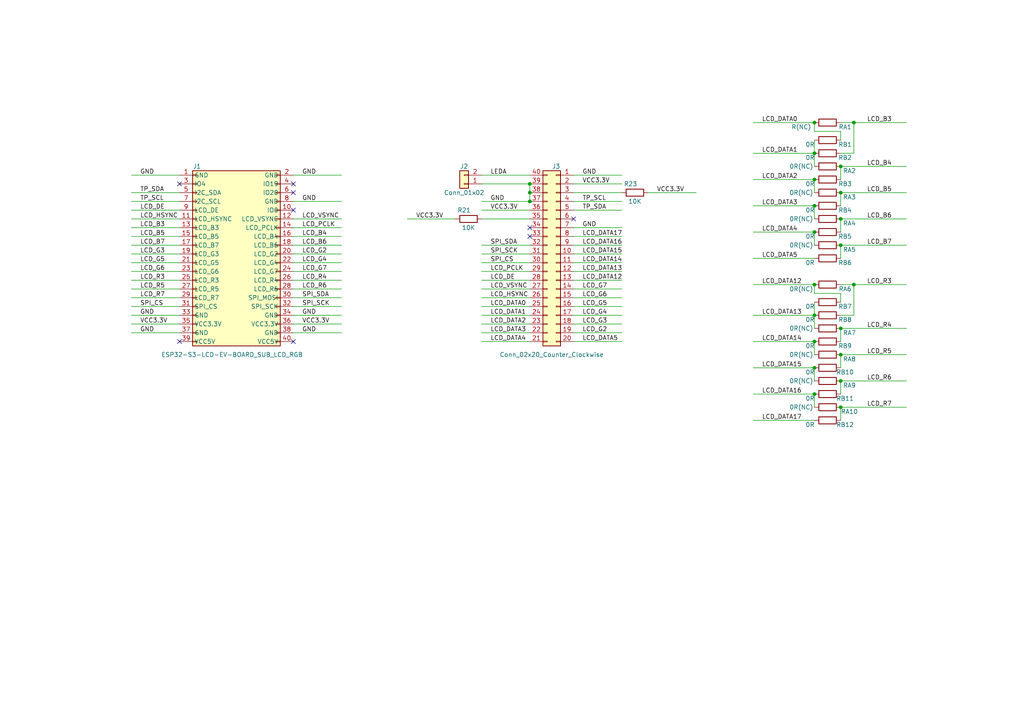
<source format=kicad_sch>
(kicad_sch (version 20211123) (generator eeschema)
  (paper "A4")
  (lib_symbols
    (symbol "Connector_Generic:Conn_01x02" (pin_names (offset 1.016) hide)
      (property "Reference" "J" (at 0 2.54 0))
      (property "Value" "Conn_01x02" (at 0 -5.08 0))
      (symbol "Conn_01x02_1_1"
        (rectangle (start -1.27 -2.413) (end 0 -2.667) (stroke (width 0.1524)))
        (rectangle (start -1.27 0.127) (end 0 -0.127) (stroke (width 0.1524)))
        (rectangle (start -1.27 1.27) (end 1.27 -3.81) (stroke (width 0.254)) (fill (type background)))
        (pin passive line (at -5.08 0 0) (length 3.81) (name "Pin_1") (number "1"))
        (pin passive line (at -5.08 -2.54 0) (length 3.81) (name "Pin_2") (number "2"))
      )
    )
    (symbol "Connector_Generic:Conn_02x20_Counter_Clockwise" (pin_names (offset 1.016) hide)
      (property "Reference" "J" (at 1.27 25.4 0))
      (property "Value" "Conn_02x20_Counter_Clockwise" (at 1.27 -27.94 0))
      (symbol "Conn_02x20_Counter_Clockwise_1_1"
        (rectangle (start -1.27 -25.273) (end 0 -25.527) (stroke (width 0.1524)))
        (rectangle (start -1.27 -22.733) (end 0 -22.987) (stroke (width 0.1524)))
        (rectangle (start -1.27 -20.193) (end 0 -20.447) (stroke (width 0.1524)))
        (rectangle (start -1.27 -17.653) (end 0 -17.907) (stroke (width 0.1524)))
        (rectangle (start -1.27 -15.113) (end 0 -15.367) (stroke (width 0.1524)))
        (rectangle (start -1.27 -12.573) (end 0 -12.827) (stroke (width 0.1524)))
        (rectangle (start -1.27 -10.033) (end 0 -10.287) (stroke (width 0.1524)))
        (rectangle (start -1.27 -7.493) (end 0 -7.747) (stroke (width 0.1524)))
        (rectangle (start -1.27 -4.953) (end 0 -5.207) (stroke (width 0.1524)))
        (rectangle (start -1.27 -2.413) (end 0 -2.667) (stroke (width 0.1524)))
        (rectangle (start -1.27 0.127) (end 0 -0.127) (stroke (width 0.1524)))
        (rectangle (start -1.27 2.667) (end 0 2.413) (stroke (width 0.1524)))
        (rectangle (start -1.27 5.207) (end 0 4.953) (stroke (width 0.1524)))
        (rectangle (start -1.27 7.747) (end 0 7.493) (stroke (width 0.1524)))
        (rectangle (start -1.27 10.287) (end 0 10.033) (stroke (width 0.1524)))
        (rectangle (start -1.27 12.827) (end 0 12.573) (stroke (width 0.1524)))
        (rectangle (start -1.27 15.367) (end 0 15.113) (stroke (width 0.1524)))
        (rectangle (start -1.27 17.907) (end 0 17.653) (stroke (width 0.1524)))
        (rectangle (start -1.27 20.447) (end 0 20.193) (stroke (width 0.1524)))
        (rectangle (start -1.27 22.987) (end 0 22.733) (stroke (width 0.1524)))
        (rectangle (start -1.27 24.13) (end 3.81 -26.67) (stroke (width 0.254)) (fill (type background)))
        (rectangle (start 3.81 -25.273) (end 2.54 -25.527) (stroke (width 0.1524)))
        (rectangle (start 3.81 -22.733) (end 2.54 -22.987) (stroke (width 0.1524)))
        (rectangle (start 3.81 -20.193) (end 2.54 -20.447) (stroke (width 0.1524)))
        (rectangle (start 3.81 -17.653) (end 2.54 -17.907) (stroke (width 0.1524)))
        (rectangle (start 3.81 -15.113) (end 2.54 -15.367) (stroke (width 0.1524)))
        (rectangle (start 3.81 -12.573) (end 2.54 -12.827) (stroke (width 0.1524)))
        (rectangle (start 3.81 -10.033) (end 2.54 -10.287) (stroke (width 0.1524)))
        (rectangle (start 3.81 -7.493) (end 2.54 -7.747) (stroke (width 0.1524)))
        (rectangle (start 3.81 -4.953) (end 2.54 -5.207) (stroke (width 0.1524)))
        (rectangle (start 3.81 -2.413) (end 2.54 -2.667) (stroke (width 0.1524)))
        (rectangle (start 3.81 0.127) (end 2.54 -0.127) (stroke (width 0.1524)))
        (rectangle (start 3.81 2.667) (end 2.54 2.413) (stroke (width 0.1524)))
        (rectangle (start 3.81 5.207) (end 2.54 4.953) (stroke (width 0.1524)))
        (rectangle (start 3.81 7.747) (end 2.54 7.493) (stroke (width 0.1524)))
        (rectangle (start 3.81 10.287) (end 2.54 10.033) (stroke (width 0.1524)))
        (rectangle (start 3.81 12.827) (end 2.54 12.573) (stroke (width 0.1524)))
        (rectangle (start 3.81 15.367) (end 2.54 15.113) (stroke (width 0.1524)))
        (rectangle (start 3.81 17.907) (end 2.54 17.653) (stroke (width 0.1524)))
        (rectangle (start 3.81 20.447) (end 2.54 20.193) (stroke (width 0.1524)))
        (rectangle (start 3.81 22.987) (end 2.54 22.733) (stroke (width 0.1524)))
        (pin passive line (at -5.08 22.86 0) (length 3.81) (name "Pin_1") (number "1"))
        (pin passive line (at -5.08 0 0) (length 3.81) (name "Pin_10") (number "10"))
        (pin passive line (at -5.08 -2.54 0) (length 3.81) (name "Pin_11") (number "11"))
        (pin passive line (at -5.08 -5.08 0) (length 3.81) (name "Pin_12") (number "12"))
        (pin passive line (at -5.08 -7.62 0) (length 3.81) (name "Pin_13") (number "13"))
        (pin passive line (at -5.08 -10.16 0) (length 3.81) (name "Pin_14") (number "14"))
        (pin passive line (at -5.08 -12.7 0) (length 3.81) (name "Pin_15") (number "15"))
        (pin passive line (at -5.08 -15.24 0) (length 3.81) (name "Pin_16") (number "16"))
        (pin passive line (at -5.08 -17.78 0) (length 3.81) (name "Pin_17") (number "17"))
        (pin passive line (at -5.08 -20.32 0) (length 3.81) (name "Pin_18") (number "18"))
        (pin passive line (at -5.08 -22.86 0) (length 3.81) (name "Pin_19") (number "19"))
        (pin passive line (at -5.08 20.32 0) (length 3.81) (name "Pin_2") (number "2"))
        (pin passive line (at -5.08 -25.4 0) (length 3.81) (name "Pin_20") (number "20"))
        (pin passive line (at 7.62 -25.4 180) (length 3.81) (name "Pin_21") (number "21"))
        (pin passive line (at 7.62 -22.86 180) (length 3.81) (name "Pin_22") (number "22"))
        (pin passive line (at 7.62 -20.32 180) (length 3.81) (name "Pin_23") (number "23"))
        (pin passive line (at 7.62 -17.78 180) (length 3.81) (name "Pin_24") (number "24"))
        (pin passive line (at 7.62 -15.24 180) (length 3.81) (name "Pin_25") (number "25"))
        (pin passive line (at 7.62 -12.7 180) (length 3.81) (name "Pin_26") (number "26"))
        (pin passive line (at 7.62 -10.16 180) (length 3.81) (name "Pin_27") (number "27"))
        (pin passive line (at 7.62 -7.62 180) (length 3.81) (name "Pin_28") (number "28"))
        (pin passive line (at 7.62 -5.08 180) (length 3.81) (name "Pin_29") (number "29"))
        (pin passive line (at -5.08 17.78 0) (length 3.81) (name "Pin_3") (number "3"))
        (pin passive line (at 7.62 -2.54 180) (length 3.81) (name "Pin_30") (number "30"))
        (pin passive line (at 7.62 0 180) (length 3.81) (name "Pin_31") (number "31"))
        (pin passive line (at 7.62 2.54 180) (length 3.81) (name "Pin_32") (number "32"))
        (pin passive line (at 7.62 5.08 180) (length 3.81) (name "Pin_33") (number "33"))
        (pin passive line (at 7.62 7.62 180) (length 3.81) (name "Pin_34") (number "34"))
        (pin passive line (at 7.62 10.16 180) (length 3.81) (name "Pin_35") (number "35"))
        (pin passive line (at 7.62 12.7 180) (length 3.81) (name "Pin_36") (number "36"))
        (pin passive line (at 7.62 15.24 180) (length 3.81) (name "Pin_37") (number "37"))
        (pin passive line (at 7.62 17.78 180) (length 3.81) (name "Pin_38") (number "38"))
        (pin passive line (at 7.62 20.32 180) (length 3.81) (name "Pin_39") (number "39"))
        (pin passive line (at -5.08 15.24 0) (length 3.81) (name "Pin_4") (number "4"))
        (pin passive line (at 7.62 22.86 180) (length 3.81) (name "Pin_40") (number "40"))
        (pin passive line (at -5.08 12.7 0) (length 3.81) (name "Pin_5") (number "5"))
        (pin passive line (at -5.08 10.16 0) (length 3.81) (name "Pin_6") (number "6"))
        (pin passive line (at -5.08 7.62 0) (length 3.81) (name "Pin_7") (number "7"))
        (pin passive line (at -5.08 5.08 0) (length 3.81) (name "Pin_8") (number "8"))
        (pin passive line (at -5.08 2.54 0) (length 3.81) (name "Pin_9") (number "9"))
      )
    )
    (symbol "Connector_Others:ESP32-S3-LCD-EV-BOARD_SUB_LCD_RGB"
      (property "Reference" "J" (at 0 1.27 0))
      (property "Value" "ESP32-S3-LCD-EV-BOARD_SUB_LCD_RGB" (at 15.24 -53.34 0))
      (symbol "ESP32-S3-LCD-EV-BOARD_SUB_LCD_RGB_1_1"
        (rectangle (start 0 -49.403) (end 1.27 -49.657) (stroke (width 0.1524)))
        (rectangle (start 0 -46.863) (end 1.27 -47.117) (stroke (width 0.1524)))
        (rectangle (start 0 -44.323) (end 1.27 -44.577) (stroke (width 0.1524)))
        (rectangle (start 0 -41.783) (end 1.27 -42.037) (stroke (width 0.1524)))
        (rectangle (start 0 -39.243) (end 1.27 -39.497) (stroke (width 0.1524)))
        (rectangle (start 0 -36.703) (end 1.27 -36.957) (stroke (width 0.1524)))
        (rectangle (start 0 -34.163) (end 1.27 -34.417) (stroke (width 0.1524)))
        (rectangle (start 0 -31.623) (end 1.27 -31.877) (stroke (width 0.1524)))
        (rectangle (start 0 -29.083) (end 1.27 -29.337) (stroke (width 0.1524)))
        (rectangle (start 0 -26.543) (end 1.27 -26.797) (stroke (width 0.1524)))
        (rectangle (start 0 -24.003) (end 1.27 -24.257) (stroke (width 0.1524)))
        (rectangle (start 0 -21.463) (end 1.27 -21.717) (stroke (width 0.1524)))
        (rectangle (start 0 -18.923) (end 1.27 -19.177) (stroke (width 0.1524)))
        (rectangle (start 0 -16.383) (end 1.27 -16.637) (stroke (width 0.1524)))
        (rectangle (start 0 -13.843) (end 1.27 -14.097) (stroke (width 0.1524)))
        (rectangle (start 0 -11.303) (end 1.27 -11.557) (stroke (width 0.1524)))
        (rectangle (start 0 -8.763) (end 1.27 -9.017) (stroke (width 0.1524)))
        (rectangle (start 0 -6.223) (end 1.27 -6.477) (stroke (width 0.1524)))
        (rectangle (start 0 -3.683) (end 1.27 -3.937) (stroke (width 0.1524)))
        (rectangle (start 0 -1.143) (end 1.27 -1.397) (stroke (width 0.1524)))
        (rectangle (start 0 0) (end 25.4 -50.8) (stroke (width 0.254)) (fill (type background)))
        (rectangle (start 25.4 -49.403) (end 24.13 -49.657) (stroke (width 0.1524)))
        (rectangle (start 25.4 -46.863) (end 24.13 -47.117) (stroke (width 0.1524)))
        (rectangle (start 25.4 -44.323) (end 24.13 -44.577) (stroke (width 0.1524)))
        (rectangle (start 25.4 -41.783) (end 24.13 -42.037) (stroke (width 0.1524)))
        (rectangle (start 25.4 -39.243) (end 24.13 -39.497) (stroke (width 0.1524)))
        (rectangle (start 25.4 -36.703) (end 24.13 -36.957) (stroke (width 0.1524)))
        (rectangle (start 25.4 -34.163) (end 24.13 -34.417) (stroke (width 0.1524)))
        (rectangle (start 25.4 -31.623) (end 24.13 -31.877) (stroke (width 0.1524)))
        (rectangle (start 25.4 -29.083) (end 24.13 -29.337) (stroke (width 0.1524)))
        (rectangle (start 25.4 -26.543) (end 24.13 -26.797) (stroke (width 0.1524)))
        (rectangle (start 25.4 -24.003) (end 24.13 -24.257) (stroke (width 0.1524)))
        (rectangle (start 25.4 -21.463) (end 24.13 -21.717) (stroke (width 0.1524)))
        (rectangle (start 25.4 -18.923) (end 24.13 -19.177) (stroke (width 0.1524)))
        (rectangle (start 25.4 -16.383) (end 24.13 -16.637) (stroke (width 0.1524)))
        (rectangle (start 25.4 -13.843) (end 24.13 -14.097) (stroke (width 0.1524)))
        (rectangle (start 25.4 -11.303) (end 24.13 -11.557) (stroke (width 0.1524)))
        (rectangle (start 25.4 -8.763) (end 24.13 -9.017) (stroke (width 0.1524)))
        (rectangle (start 25.4 -6.223) (end 24.13 -6.477) (stroke (width 0.1524)))
        (rectangle (start 25.4 -3.683) (end 24.13 -3.937) (stroke (width 0.1524)))
        (rectangle (start 25.4 -1.143) (end 24.13 -1.397) (stroke (width 0.1524)))
        (pin passive line (at -3.81 -1.27 0) (length 3.81) (name "GND") (number "1"))
        (pin passive line (at 29.21 -11.43 180) (length 3.81) (name "IO0") (number "10"))
        (pin passive line (at -3.81 -13.97 0) (length 3.81) (name "LCD_HSYNC") (number "11"))
        (pin passive line (at 29.21 -13.97 180) (length 3.81) (name "LCD_VSYNC") (number "12"))
        (pin passive line (at -3.81 -16.51 0) (length 3.81) (name "LCD_B3") (number "13"))
        (pin passive line (at 29.21 -16.51 180) (length 3.81) (name "LCD_PCLK") (number "14"))
        (pin passive line (at -3.81 -19.05 0) (length 3.81) (name "LCD_B5") (number "15"))
        (pin passive line (at 29.21 -19.05 180) (length 3.81) (name "LCD_B4") (number "16"))
        (pin passive line (at -3.81 -21.59 0) (length 3.81) (name "LCD_B7") (number "17"))
        (pin passive line (at 29.21 -21.59 180) (length 3.81) (name "LCD_B6") (number "18"))
        (pin passive line (at -3.81 -24.13 0) (length 3.81) (name "LCD_G3") (number "19"))
        (pin passive line (at 29.21 -1.27 180) (length 3.81) (name "GND") (number "2"))
        (pin passive line (at 29.21 -24.13 180) (length 3.81) (name "LCD_G2") (number "20"))
        (pin passive line (at -3.81 -26.67 0) (length 3.81) (name "LCD_G5") (number "21"))
        (pin passive line (at 29.21 -26.67 180) (length 3.81) (name "LCD_G4") (number "22"))
        (pin passive line (at -3.81 -29.21 0) (length 3.81) (name "LCD_G6") (number "23"))
        (pin passive line (at 29.21 -29.21 180) (length 3.81) (name "LCD_G7") (number "24"))
        (pin passive line (at -3.81 -31.75 0) (length 3.81) (name "LCD_R3") (number "25"))
        (pin passive line (at 29.21 -31.75 180) (length 3.81) (name "LCD_R4") (number "26"))
        (pin passive line (at -3.81 -34.29 0) (length 3.81) (name "LCD_R5") (number "27"))
        (pin passive line (at 29.21 -34.29 180) (length 3.81) (name "LCD_R6") (number "28"))
        (pin passive line (at -3.81 -36.83 0) (length 3.81) (name "LCD_R7") (number "29"))
        (pin passive line (at -3.81 -3.81 0) (length 3.81) (name "IO4") (number "3"))
        (pin passive line (at 29.21 -36.83 180) (length 3.81) (name "SPI_MOSI") (number "30"))
        (pin passive line (at -3.81 -39.37 0) (length 3.81) (name "SPI_CS") (number "31"))
        (pin passive line (at 29.21 -39.37 180) (length 3.81) (name "SPI_SCK") (number "32"))
        (pin passive line (at -3.81 -41.91 0) (length 3.81) (name "GND") (number "33"))
        (pin passive line (at 29.21 -41.91 180) (length 3.81) (name "GND") (number "34"))
        (pin passive line (at -3.81 -44.45 0) (length 3.81) (name "VCC3.3V") (number "35"))
        (pin passive line (at 29.21 -44.45 180) (length 3.81) (name "VCC3.3V") (number "36"))
        (pin passive line (at -3.81 -46.99 0) (length 3.81) (name "GND") (number "37"))
        (pin passive line (at 29.21 -46.99 180) (length 3.81) (name "GND") (number "38"))
        (pin passive line (at -3.81 -49.53 0) (length 3.81) (name "VCC5V") (number "39"))
        (pin passive line (at 29.21 -3.81 180) (length 3.81) (name "IO19") (number "4"))
        (pin passive line (at 29.21 -49.53 180) (length 3.81) (name "VCC5V") (number "40"))
        (pin passive line (at -3.81 -6.35 0) (length 3.81) (name "I2C_SDA") (number "5"))
        (pin passive line (at 29.21 -6.35 180) (length 3.81) (name "IO20") (number "6"))
        (pin passive line (at -3.81 -8.89 0) (length 3.81) (name "I2C_SCL") (number "7"))
        (pin passive line (at 29.21 -8.89 180) (length 3.81) (name "GND") (number "8"))
        (pin passive line (at -3.81 -11.43 0) (length 3.81) (name "LCD_DE") (number "9"))
      )
    )
    (symbol "Device:R" (pin_numbers hide) (pin_names (offset 0))
      (property "Reference" "R" (at 2.032 0 90))
      (property "Value" "R" (at 0 0 90))
      (symbol "R_0_1"
        (rectangle (start -1.016 -2.54) (end 1.016 2.54) (stroke (width 0.254)))
      )
      (symbol "R_1_1"
        (pin passive line (at 0 3.81 270) (length 1.27) (name "~") (number "1"))
        (pin passive line (at 0 -3.81 90) (length 1.27) (name "~") (number "2"))
      )
    )
  )
  (junction (at 243.84 48.26))
  (junction (at 247.65 35.56))
  (junction (at 236.22 52.07))
  (junction (at 243.84 102.87))
  (junction (at 247.65 82.55))
  (junction (at 243.84 63.5))
  (junction (at 236.22 67.31))
  (junction (at 243.84 55.88))
  (junction (at 236.22 106.68))
  (junction (at 236.22 44.45))
  (junction (at 236.22 59.69))
  (junction (at 243.84 71.12))
  (junction (at 243.84 118.11))
  (junction (at 243.84 95.25))
  (junction (at 236.22 99.06))
  (junction (at 236.22 91.44))
  (junction (at 153.67 58.42))
  (junction (at 236.22 82.55))
  (junction (at 243.84 110.49))
  (junction (at 236.22 114.3))
  (junction (at 153.67 53.34))
  (junction (at 153.67 55.88))
  (junction (at 236.22 35.56))
  (no_connect (at 166.37 63.5))
  (no_connect (at 85.09 53.34))
  (no_connect (at 52.07 99.06))
  (no_connect (at 85.09 60.96))
  (no_connect (at 85.09 99.06))
  (no_connect (at 153.67 66.04))
  (no_connect (at 52.07 53.34))
  (no_connect (at 85.09 55.88))
  (no_connect (at 153.67 68.58))
  (wire (pts (xy 243.84 71.12) (xy 243.84 74.93)))
  (wire (pts (xy 38.1 76.2) (xy 52.07 76.2)))
  (wire (pts (xy 85.09 50.8) (xy 99.06 50.8)))
  (wire (pts (xy 139.7 91.44) (xy 153.67 91.44)))
  (wire (pts (xy 38.1 55.88) (xy 52.07 55.88)))
  (wire (pts (xy 85.09 86.36) (xy 99.06 86.36)))
  (wire (pts (xy 218.44 91.44) (xy 236.22 91.44)))
  (wire (pts (xy 85.09 81.28) (xy 99.06 81.28)))
  (wire (pts (xy 38.1 71.12) (xy 52.07 71.12)))
  (wire (pts (xy 236.22 44.45) (xy 236.22 48.26)))
  (wire (pts (xy 85.09 68.58) (xy 99.06 68.58)))
  (wire (pts (xy 38.1 60.96) (xy 52.07 60.96)))
  (wire (pts (xy 243.84 82.55) (xy 247.65 82.55)))
  (wire (pts (xy 243.84 110.49) (xy 243.84 114.3)))
  (wire (pts (xy 218.44 59.69) (xy 236.22 59.69)))
  (wire (pts (xy 166.37 58.42) (xy 180.34 58.42)))
  (wire (pts (xy 243.84 63.5) (xy 243.84 67.31)))
  (wire (pts (xy 166.37 71.12) (xy 180.34 71.12)))
  (wire (pts (xy 139.7 96.52) (xy 153.67 96.52)))
  (wire (pts (xy 139.7 63.5) (xy 153.67 63.5)))
  (wire (pts (xy 243.84 102.87) (xy 262.89 102.87)))
  (wire (pts (xy 236.22 35.56) (xy 236.22 38.1)))
  (wire (pts (xy 218.44 67.31) (xy 236.22 67.31)))
  (wire (pts (xy 218.44 121.92) (xy 236.22 121.92)))
  (wire (pts (xy 85.09 93.98) (xy 99.06 93.98)))
  (wire (pts (xy 38.1 91.44) (xy 52.07 91.44)))
  (wire (pts (xy 236.22 114.3) (xy 236.22 118.11)))
  (wire (pts (xy 236.22 67.31) (xy 236.22 71.12)))
  (wire (pts (xy 166.37 99.06) (xy 180.34 99.06)))
  (wire (pts (xy 118.11 63.5) (xy 132.08 63.5)))
  (wire (pts (xy 236.22 40.64) (xy 236.22 44.45)))
  (wire (pts (xy 85.09 96.52) (xy 99.06 96.52)))
  (wire (pts (xy 218.44 99.06) (xy 236.22 99.06)))
  (wire (pts (xy 139.7 86.36) (xy 153.67 86.36)))
  (wire (pts (xy 166.37 91.44) (xy 180.34 91.44)))
  (wire (pts (xy 139.7 81.28) (xy 153.67 81.28)))
  (wire (pts (xy 243.84 55.88) (xy 262.89 55.88)))
  (wire (pts (xy 166.37 66.04) (xy 180.34 66.04)))
  (wire (pts (xy 166.37 88.9) (xy 180.34 88.9)))
  (wire (pts (xy 236.22 82.55) (xy 236.22 85.09)))
  (wire (pts (xy 236.22 87.63) (xy 236.22 91.44)))
  (wire (pts (xy 139.7 88.9) (xy 153.67 88.9)))
  (wire (pts (xy 85.09 71.12) (xy 99.06 71.12)))
  (wire (pts (xy 139.7 53.34) (xy 153.67 53.34)))
  (wire (pts (xy 218.44 44.45) (xy 236.22 44.45)))
  (wire (pts (xy 166.37 86.36) (xy 180.34 86.36)))
  (wire (pts (xy 38.1 78.74) (xy 52.07 78.74)))
  (wire (pts (xy 85.09 83.82) (xy 99.06 83.82)))
  (wire (pts (xy 85.09 73.66) (xy 99.06 73.66)))
  (wire (pts (xy 243.84 118.11) (xy 243.84 121.92)))
  (wire (pts (xy 85.09 63.5) (xy 99.06 63.5)))
  (wire (pts (xy 247.65 82.55) (xy 262.89 82.55)))
  (wire (pts (xy 243.84 55.88) (xy 243.84 59.69)))
  (wire (pts (xy 166.37 73.66) (xy 180.34 73.66)))
  (wire (pts (xy 236.22 99.06) (xy 236.22 102.87)))
  (wire (pts (xy 38.1 81.28) (xy 52.07 81.28)))
  (wire (pts (xy 243.84 40.64) (xy 243.84 38.1)))
  (wire (pts (xy 139.7 73.66) (xy 153.67 73.66)))
  (wire (pts (xy 166.37 50.8) (xy 180.34 50.8)))
  (wire (pts (xy 218.44 35.56) (xy 236.22 35.56)))
  (wire (pts (xy 218.44 106.68) (xy 236.22 106.68)))
  (wire (pts (xy 85.09 78.74) (xy 99.06 78.74)))
  (wire (pts (xy 243.84 95.25) (xy 262.89 95.25)))
  (wire (pts (xy 85.09 88.9) (xy 99.06 88.9)))
  (wire (pts (xy 166.37 53.34) (xy 180.34 53.34)))
  (wire (pts (xy 139.7 71.12) (xy 153.67 71.12)))
  (wire (pts (xy 236.22 52.07) (xy 236.22 55.88)))
  (wire (pts (xy 166.37 78.74) (xy 180.34 78.74)))
  (wire (pts (xy 187.96 55.88) (xy 201.93 55.88)))
  (wire (pts (xy 218.44 114.3) (xy 236.22 114.3)))
  (wire (pts (xy 139.7 93.98) (xy 153.67 93.98)))
  (wire (pts (xy 139.7 60.96) (xy 153.67 60.96)))
  (wire (pts (xy 247.65 35.56) (xy 262.89 35.56)))
  (wire (pts (xy 38.1 88.9) (xy 52.07 88.9)))
  (wire (pts (xy 247.65 35.56) (xy 247.65 44.45)))
  (wire (pts (xy 243.84 85.09) (xy 236.22 85.09)))
  (wire (pts (xy 236.22 91.44) (xy 236.22 95.25)))
  (wire (pts (xy 38.1 68.58) (xy 52.07 68.58)))
  (wire (pts (xy 85.09 76.2) (xy 99.06 76.2)))
  (wire (pts (xy 166.37 76.2) (xy 180.34 76.2)))
  (wire (pts (xy 139.7 76.2) (xy 153.67 76.2)))
  (wire (pts (xy 243.84 35.56) (xy 247.65 35.56)))
  (wire (pts (xy 85.09 91.44) (xy 99.06 91.44)))
  (wire (pts (xy 243.84 38.1) (xy 236.22 38.1)))
  (wire (pts (xy 236.22 106.68) (xy 236.22 110.49)))
  (wire (pts (xy 166.37 93.98) (xy 180.34 93.98)))
  (wire (pts (xy 38.1 58.42) (xy 52.07 58.42)))
  (wire (pts (xy 166.37 81.28) (xy 180.34 81.28)))
  (wire (pts (xy 166.37 68.58) (xy 180.34 68.58)))
  (wire (pts (xy 243.84 71.12) (xy 262.89 71.12)))
  (wire (pts (xy 166.37 83.82) (xy 180.34 83.82)))
  (wire (pts (xy 38.1 96.52) (xy 52.07 96.52)))
  (wire (pts (xy 218.44 52.07) (xy 236.22 52.07)))
  (wire (pts (xy 243.84 63.5) (xy 262.89 63.5)))
  (wire (pts (xy 153.67 53.34) (xy 153.67 55.88)))
  (wire (pts (xy 139.7 50.8) (xy 153.67 50.8)))
  (wire (pts (xy 243.84 118.11) (xy 262.89 118.11)))
  (wire (pts (xy 153.67 55.88) (xy 153.67 58.42)))
  (wire (pts (xy 243.84 44.45) (xy 247.65 44.45)))
  (wire (pts (xy 236.22 59.69) (xy 236.22 63.5)))
  (wire (pts (xy 166.37 96.52) (xy 180.34 96.52)))
  (wire (pts (xy 139.7 99.06) (xy 153.67 99.06)))
  (wire (pts (xy 243.84 102.87) (xy 243.84 106.68)))
  (wire (pts (xy 166.37 55.88) (xy 180.34 55.88)))
  (wire (pts (xy 139.7 78.74) (xy 153.67 78.74)))
  (wire (pts (xy 38.1 93.98) (xy 52.07 93.98)))
  (wire (pts (xy 38.1 83.82) (xy 52.07 83.82)))
  (wire (pts (xy 243.84 110.49) (xy 262.89 110.49)))
  (wire (pts (xy 218.44 74.93) (xy 236.22 74.93)))
  (wire (pts (xy 139.7 83.82) (xy 153.67 83.82)))
  (wire (pts (xy 243.84 91.44) (xy 247.65 91.44)))
  (wire (pts (xy 243.84 48.26) (xy 243.84 52.07)))
  (wire (pts (xy 139.7 58.42) (xy 153.67 58.42)))
  (wire (pts (xy 243.84 95.25) (xy 243.84 99.06)))
  (wire (pts (xy 85.09 66.04) (xy 99.06 66.04)))
  (wire (pts (xy 243.84 48.26) (xy 262.89 48.26)))
  (wire (pts (xy 38.1 50.8) (xy 52.07 50.8)))
  (wire (pts (xy 38.1 66.04) (xy 52.07 66.04)))
  (wire (pts (xy 243.84 87.63) (xy 243.84 85.09)))
  (wire (pts (xy 218.44 82.55) (xy 236.22 82.55)))
  (wire (pts (xy 38.1 73.66) (xy 52.07 73.66)))
  (wire (pts (xy 166.37 60.96) (xy 180.34 60.96)))
  (wire (pts (xy 38.1 86.36) (xy 52.07 86.36)))
  (wire (pts (xy 247.65 82.55) (xy 247.65 91.44)))
  (wire (pts (xy 85.09 58.42) (xy 99.06 58.42)))
  (wire (pts (xy 38.1 63.5) (xy 52.07 63.5)))
  (label "LCD_G6" (at 40.64 78.74 0))
  (label "LCD_G4" (at 87.63 76.2 0))
  (label "LCD_B4" (at 87.63 68.58 0))
  (label "LCD_R7" (at 40.64 86.36 0))
  (label "LCD_R5" (at 40.64 83.82 0))
  (label "TP_SCL" (at 40.64 58.42 0))
  (label "LCD_G3" (at 168.91 93.98 0))
  (label "TP_SCL" (at 168.91 58.42 0))
  (label "SPI_SCK" (at 87.63 88.9 0))
  (label "LCD_B7" (at 40.64 71.12 0))
  (label "LCD_R4" (at 251.46 95.25 0))
  (label "LCD_DATA3" (at 142.24 96.52 0))
  (label "LCD_G7" (at 87.63 78.74 0))
  (label "GND" (at 168.91 66.04 0))
  (label "VCC3.3V" (at 40.64 93.98 0))
  (label "SPI_CS" (at 40.64 88.9 0))
  (label "TP_SDA" (at 40.64 55.88 0))
  (label "LCD_VSYNC" (at 142.24 83.82 0))
  (label "LCD_DATA1" (at 220.98 44.45 0))
  (label "LCD_R7" (at 251.46 118.11 0))
  (label "LCD_DATA0" (at 142.24 88.9 0))
  (label "LCD_HSYNC" (at 142.24 86.36 0))
  (label "LCD_B3" (at 251.46 35.56 0))
  (label "LCD_B6" (at 251.46 63.5 0))
  (label "GND" (at 87.63 91.44 0))
  (label "GND" (at 40.64 96.52 0))
  (label "LCD_DATA15" (at 168.91 73.66 0))
  (label "LCD_B4" (at 251.46 48.26 0))
  (label "TP_SDA" (at 168.91 60.96 0))
  (label "LCD_G5" (at 168.91 88.9 0))
  (label "VCC3.3V" (at 168.91 53.34 0))
  (label "SPI_SDA" (at 87.63 86.36 0))
  (label "LCD_DATA13" (at 168.91 78.74 0))
  (label "GND" (at 87.63 58.42 0))
  (label "LCD_DATA13" (at 220.98 91.44 0))
  (label "GND" (at 40.64 91.44 0))
  (label "LCD_DATA12" (at 220.98 82.55 0))
  (label "LCD_B7" (at 251.46 71.12 0))
  (label "LCD_B5" (at 40.64 68.58 0))
  (label "LCD_G2" (at 87.63 73.66 0))
  (label "LCD_G7" (at 168.91 83.82 0))
  (label "LEDA" (at 142.24 50.8 0))
  (label "LCD_B3" (at 40.64 66.04 0))
  (label "LCD_DATA4" (at 220.98 67.31 0))
  (label "LCD_G5" (at 40.64 76.2 0))
  (label "LCD_G3" (at 40.64 73.66 0))
  (label "LCD_DATA3" (at 220.98 59.69 0))
  (label "LCD_PCLK" (at 142.24 78.74 0))
  (label "LCD_HSYNC" (at 40.64 63.5 0))
  (label "GND" (at 87.63 96.52 0))
  (label "SPI_SDA" (at 142.24 71.12 0))
  (label "LCD_DATA2" (at 142.24 93.98 0))
  (label "LCD_DATA14" (at 168.91 76.2 0))
  (label "VCC3.3V" (at 190.5 55.88 0))
  (label "LCD_DATA2" (at 220.98 52.07 0))
  (label "LCD_R6" (at 251.46 110.49 0))
  (label "LCD_DATA1" (at 142.24 91.44 0))
  (label "LCD_DATA17" (at 168.91 68.58 0))
  (label "LCD_B5" (at 251.46 55.88 0))
  (label "SPI_CS" (at 142.24 76.2 0))
  (label "LCD_DATA16" (at 168.91 71.12 0))
  (label "LCD_DATA5" (at 220.98 74.93 0))
  (label "GND" (at 168.91 50.8 0))
  (label "LCD_DATA16" (at 220.98 114.3 0))
  (label "LCD_DATA0" (at 220.98 35.56 0))
  (label "LCD_DATA4" (at 142.24 99.06 0))
  (label "LCD_DATA14" (at 220.98 99.06 0))
  (label "LCD_R3" (at 251.46 82.55 0))
  (label "LCD_PCLK" (at 87.63 66.04 0))
  (label "LCD_DE" (at 40.64 60.96 0))
  (label "LCD_R4" (at 87.63 81.28 0))
  (label "GND" (at 40.64 50.8 0))
  (label "SPI_SCK" (at 142.24 73.66 0))
  (label "LCD_G6" (at 168.91 86.36 0))
  (label "LCD_DATA5" (at 168.91 99.06 0))
  (label "LCD_VSYNC" (at 87.63 63.5 0))
  (label "GND" (at 87.63 50.8 0))
  (label "VCC3.3V" (at 142.24 60.96 0))
  (label "LCD_G4" (at 168.91 91.44 0))
  (label "LCD_R5" (at 251.46 102.87 0))
  (label "LCD_R6" (at 87.63 83.82 0))
  (label "LCD_DATA15" (at 220.98 106.68 0))
  (label "GND" (at 142.24 58.42 0))
  (label "VCC3.3V" (at 120.65 63.5 0))
  (label "LCD_G2" (at 168.91 96.52 0))
  (label "LCD_DATA12" (at 168.91 81.28 0))
  (label "LCD_DE" (at 142.24 81.28 0))
  (label "LCD_DATA17" (at 220.98 121.92 0))
  (label "LCD_B6" (at 87.63 71.12 0))
  (label "LCD_R3" (at 40.64 81.28 0))
  (label "VCC3.3V" (at 87.63 93.98 0))
  (symbol (lib_id "Device:R") (at 240.03 40.64 90) (unit 1)
    (property "Reference" "RB1" (at 245.11 41.91 90))
    (property "Value" "0R" (at 234.95 41.91 90))
    (property "Footprint" "Resistor_SMD:R_0402_1005Metric" (effects hide))
  )
  (symbol (lib_id "Connector_Others:ESP32-S3-LCD-EV-BOARD_SUB_LCD_RGB") (at 55.88 49.53 0) (unit 1)
    (property "Reference" "J1" (at 57.15 48.26 0))
    (property "Value" "ESP32-S3-LCD-EV-BOARD_SUB_LCD_RGB" (at 67.31 102.87 0))
    (property "Footprint" "ESP_Module:ESP32-S3-LCD-EV-BOARD_SUB_LCD_RGB" (effects hide))
  )
  (symbol (lib_id "Device:R") (at 240.03 35.56 90) (unit 1)
    (property "Reference" "RA1" (at 245.11 36.83 90))
    (property "Value" "R(NC)" (at 232.41 36.83 90))
    (property "Footprint" "Resistor_SMD:R_0402_1005Metric" (effects hide))
    (property "Footprint" "Resistor_SMD:R_0402_1005Metric" (effects hide))
    (property "Reference" "RA1" (effects hide))
    (property "Value" "R(NC)" (effects hide))
  )
  (symbol (lib_id "Device:R") (at 240.03 48.26 90) (unit 1)
    (property "Reference" "RA2" (at 246.38 49.53 90))
    (property "Value" "0R(NC)" (at 232.41 48.26 90))
    (property "Footprint" "Resistor_SMD:R_0402_1005Metric" (effects hide))
  )
  (symbol (lib_id "Device:R") (at 240.03 91.44 90) (unit 1)
    (property "Reference" "RB8" (at 245.11 92.71 90))
    (property "Value" "0R" (at 234.95 92.71 90))
    (property "Footprint" "Resistor_SMD:R_0402_1005Metric" (effects hide))
  )
  (symbol (lib_id "Device:R") (at 240.03 102.87 90) (unit 1)
    (property "Reference" "RA8" (at 246.38 104.14 90))
    (property "Value" "0R(NC)" (at 232.41 102.87 90))
    (property "Footprint" "Resistor_SMD:R_0402_1005Metric" (effects hide))
  )
  (symbol (lib_id "Device:R") (at 240.03 63.5 90) (unit 1)
    (property "Reference" "RA4" (at 246.38 64.77 90))
    (property "Value" "0R(NC)" (at 232.41 63.5 90))
    (property "Footprint" "Resistor_SMD:R_0402_1005Metric" (effects hide))
  )
  (symbol (lib_id "Device:R") (at 240.03 82.55 90) (unit 1)
    (property "Reference" "RA6" (at 245.11 83.82 90))
    (property "Value" "0R(NC)" (at 232.41 83.82 90))
    (property "Footprint" "Resistor_SMD:R_0402_1005Metric" (effects hide))
  )
  (symbol (lib_id "Device:R") (at 240.03 59.69 90) (unit 1)
    (property "Reference" "RB4" (at 245.11 60.96 90))
    (property "Value" "0R" (at 234.95 60.96 90))
    (property "Footprint" "Resistor_SMD:R_0402_1005Metric" (effects hide))
  )
  (symbol (lib_id "Device:R") (at 240.03 118.11 90) (unit 1)
    (property "Reference" "RA10" (at 246.38 119.38 90))
    (property "Value" "0R(NC)" (at 232.41 118.11 90))
    (property "Footprint" "Resistor_SMD:R_0402_1005Metric" (effects hide))
  )
  (symbol (lib_id "Device:R") (at 240.03 95.25 90) (unit 1)
    (property "Reference" "RA7" (at 246.38 96.52 90))
    (property "Value" "0R(NC)" (at 232.41 95.25 90))
    (property "Footprint" "Resistor_SMD:R_0402_1005Metric" (effects hide))
  )
  (symbol (lib_id "Device:R") (at 240.03 44.45 90) (unit 1)
    (property "Reference" "RB2" (at 245.11 45.72 90))
    (property "Value" "0R" (at 234.95 45.72 90))
    (property "Footprint" "Resistor_SMD:R_0402_1005Metric" (effects hide))
  )
  (symbol (lib_id "Device:R") (at 240.03 74.93 90) (unit 1)
    (property "Reference" "RB6" (at 245.11 76.2 90))
    (property "Value" "0R" (at 234.95 76.2 90))
    (property "Footprint" "Resistor_SMD:R_0402_1005Metric" (effects hide))
  )
  (symbol (lib_id "Device:R") (at 240.03 71.12 90) (unit 1)
    (property "Reference" "RA5" (at 246.38 72.39 90))
    (property "Value" "0R(NC)" (at 232.41 71.12 90))
    (property "Footprint" "Resistor_SMD:R_0402_1005Metric" (effects hide))
  )
  (symbol (lib_id "Device:R") (at 240.03 67.31 90) (unit 1)
    (property "Reference" "RB5" (at 245.11 68.58 90))
    (property "Value" "0R" (at 234.95 68.58 90))
    (property "Footprint" "Resistor_SMD:R_0402_1005Metric" (effects hide))
  )
  (symbol (lib_id "Device:R") (at 240.03 110.49 90) (unit 1)
    (property "Reference" "RA9" (at 246.38 111.76 90))
    (property "Value" "0R(NC)" (at 232.41 110.49 90))
    (property "Footprint" "Resistor_SMD:R_0402_1005Metric" (effects hide))
  )
  (symbol (lib_id "Device:R") (at 184.15 55.88 90) (unit 1)
    (property "Reference" "R23" (at 182.88 53.34 90))
    (property "Value" "10K" (at 184.15 58.42 90))
    (property "Footprint" "Resistor_SMD:R_0402_1005Metric" (effects hide))
  )
  (symbol (lib_id "Device:R") (at 240.03 99.06 90) (unit 1)
    (property "Reference" "RB9" (at 245.11 100.33 90))
    (property "Value" "0R" (at 234.95 100.33 90))
    (property "Footprint" "Resistor_SMD:R_0402_1005Metric" (effects hide))
  )
  (symbol (lib_id "Connector_Generic:Conn_02x20_Counter_Clockwise") (at 161.29 73.66 0) (mirror y) (unit 1)
    (property "Reference" "J3" (at 161.29 48.26 0))
    (property "Value" "Conn_02x20_Counter_Clockwise" (at 160.02 102.87 0))
    (property "Footprint" "Connector_FFC-FPC:Hirose_FH12-40S-0.5SH_1x40-1MP_P0.50mm_Horizontal" (effects hide))
  )
  (symbol (lib_id "Device:R") (at 240.03 55.88 90) (unit 1)
    (property "Reference" "RA3" (at 246.38 57.15 90))
    (property "Value" "0R(NC)" (at 232.41 55.88 90))
    (property "Footprint" "Resistor_SMD:R_0402_1005Metric" (effects hide))
  )
  (symbol (lib_id "Device:R") (at 240.03 121.92 90) (unit 1)
    (property "Reference" "RB12" (at 245.11 123.19 90))
    (property "Value" "0R" (at 234.95 123.19 90))
    (property "Footprint" "Resistor_SMD:R_0402_1005Metric" (effects hide))
  )
  (symbol (lib_id "Device:R") (at 240.03 87.63 90) (unit 1)
    (property "Reference" "RB7" (at 245.11 88.9 90))
    (property "Value" "0R" (at 234.95 88.9 90))
    (property "Footprint" "Resistor_SMD:R_0402_1005Metric" (effects hide))
  )
  (symbol (lib_id "Connector_Generic:Conn_01x02") (at 134.62 53.34 180) (unit 1)
    (property "Reference" "J2" (at 134.62 48.26 0))
    (property "Value" "Conn_01x02" (at 134.62 55.88 0))
    (property "Footprint" "Connector_PinHeader_2.54mm:PinHeader_1x02_P2.54mm_Vertical" (effects hide))
    (property "Footprint" "Connector_PinHeader_2.54mm:PinHeader_1x02_P2.54mm_Vertical" (effects hide))
    (property "Reference" "J2" (effects hide))
    (property "Value" "Conn_01x02" (effects hide))
  )
  (symbol (lib_id "Device:R") (at 240.03 106.68 90) (unit 1)
    (property "Reference" "RB10" (at 245.11 107.95 90))
    (property "Value" "0R" (at 234.95 107.95 90))
    (property "Footprint" "Resistor_SMD:R_0402_1005Metric" (effects hide))
  )
  (symbol (lib_id "Device:R") (at 135.89 63.5 90) (unit 1)
    (property "Reference" "R21" (at 134.62 60.96 90))
    (property "Value" "10K" (at 135.89 66.04 90))
    (property "Footprint" "Resistor_SMD:R_0402_1005Metric" (effects hide))
  )
  (symbol (lib_id "Device:R") (at 240.03 114.3 90) (unit 1)
    (property "Reference" "RB11" (at 245.11 115.57 90))
    (property "Value" "0R" (at 234.95 115.57 90))
    (property "Footprint" "Resistor_SMD:R_0402_1005Metric" (effects hide))
  )
  (symbol (lib_id "Device:R") (at 240.03 52.07 90) (unit 1)
    (property "Reference" "RB3" (at 245.11 53.34 90))
    (property "Value" "0R" (at 234.95 53.34 90))
    (property "Footprint" "Resistor_SMD:R_0402_1005Metric" (effects hide))
  )
)
</source>
